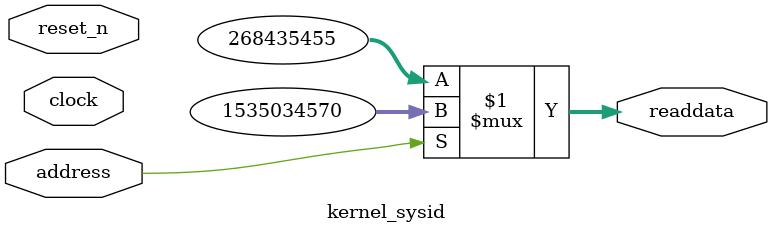
<source format=v>

`timescale 1ns / 1ps
// synthesis translate_on

// turn off superfluous verilog processor warnings 
// altera message_level Level1 
// altera message_off 10034 10035 10036 10037 10230 10240 10030 

module kernel_sysid (
               // inputs:
                address,
                clock,
                reset_n,

               // outputs:
                readdata
             )
;

  output  [ 31: 0] readdata;
  input            address;
  input            clock;
  input            reset_n;

  wire    [ 31: 0] readdata;
  //control_slave, which is an e_avalon_slave
  assign readdata = address ? 1535034570 : 268435455;

endmodule




</source>
